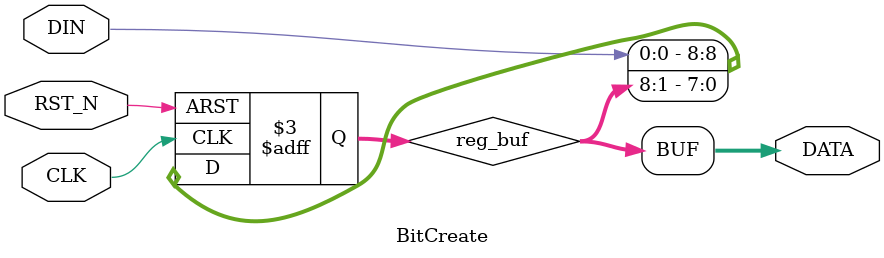
<source format=v>
/*
 * 9bit Shift
 */
module BitCreate
  (
   input 		RST_N,
   input 		CLK,

   input 		DIN,

   output [8:0] DATA

   );

   reg [8:0] 	reg_buf;

   always @(posedge CLK or negedge RST_N) begin
	  if(!RST_N) begin
		 reg_buf[8:0] <= 9'd0;
	  end else begin
		 reg_buf[8:0] <= {DIN, reg_buf[8:1]};
	  end
   end

   assign DATA[8:0] = reg_buf[8:0];
endmodule

</source>
